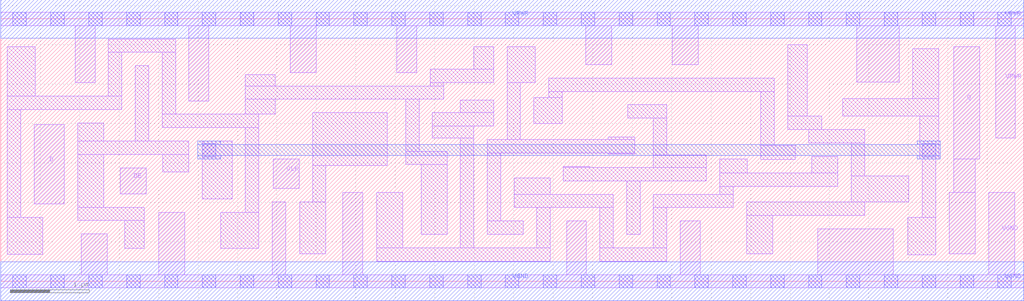
<source format=lef>
# Copyright 2020 The SkyWater PDK Authors
#
# Licensed under the Apache License, Version 2.0 (the "License");
# you may not use this file except in compliance with the License.
# You may obtain a copy of the License at
#
#     https://www.apache.org/licenses/LICENSE-2.0
#
# Unless required by applicable law or agreed to in writing, software
# distributed under the License is distributed on an "AS IS" BASIS,
# WITHOUT WARRANTIES OR CONDITIONS OF ANY KIND, either express or implied.
# See the License for the specific language governing permissions and
# limitations under the License.
#
# SPDX-License-Identifier: Apache-2.0

VERSION 5.7 ;
  NAMESCASESENSITIVE ON ;
  NOWIREEXTENSIONATPIN ON ;
  DIVIDERCHAR "/" ;
  BUSBITCHARS "[]" ;
UNITS
  DATABASE MICRONS 200 ;
END UNITS
MACRO sky130_fd_sc_ls__edfxtp_1
  CLASS CORE ;
  SOURCE USER ;
  FOREIGN sky130_fd_sc_ls__edfxtp_1 ;
  ORIGIN  0.000000  0.000000 ;
  SIZE  12.96000 BY  3.330000 ;
  SYMMETRY X Y ;
  SITE unit ;
  PIN D
    ANTENNAGATEAREA  0.126000 ;
    DIRECTION INPUT ;
    USE SIGNAL ;
    PORT
      LAYER li1 ;
        RECT 0.425000 0.980000 0.805000 1.990000 ;
    END
  END D
  PIN DE
    ANTENNAGATEAREA  0.285000 ;
    DIRECTION INPUT ;
    USE SIGNAL ;
    PORT
      LAYER li1 ;
        RECT 1.515000 1.110000 1.845000 1.440000 ;
    END
  END DE
  PIN Q
    ANTENNADIFFAREA  0.518900 ;
    DIRECTION OUTPUT ;
    USE SIGNAL ;
    PORT
      LAYER li1 ;
        RECT 12.015000 0.350000 12.345000 1.130000 ;
        RECT 12.075000 1.130000 12.345000 1.550000 ;
        RECT 12.075000 1.550000 12.405000 2.980000 ;
    END
  END Q
  PIN CLK
    ANTENNAGATEAREA  0.279000 ;
    DIRECTION INPUT ;
    USE CLOCK ;
    PORT
      LAYER li1 ;
        RECT 3.450000 1.180000 3.780000 1.550000 ;
    END
  END CLK
  PIN VGND
    DIRECTION INOUT ;
    SHAPE ABUTMENT ;
    USE GROUND ;
    PORT
      LAYER li1 ;
        RECT  0.000000 -0.085000 12.960000 0.085000 ;
        RECT  1.020000  0.085000  1.350000 0.600000 ;
        RECT  2.000000  0.085000  2.330000 0.875000 ;
        RECT  3.440000  0.085000  3.610000 1.010000 ;
        RECT  4.335000  0.085000  4.585000 1.130000 ;
        RECT  7.170000  0.085000  7.420000 0.765000 ;
        RECT  8.610000  0.085000  8.860000 0.765000 ;
        RECT 10.350000  0.085000 11.310000 0.665000 ;
        RECT 12.515000  0.085000 12.845000 1.130000 ;
      LAYER mcon ;
        RECT  0.155000 -0.085000  0.325000 0.085000 ;
        RECT  0.635000 -0.085000  0.805000 0.085000 ;
        RECT  1.115000 -0.085000  1.285000 0.085000 ;
        RECT  1.595000 -0.085000  1.765000 0.085000 ;
        RECT  2.075000 -0.085000  2.245000 0.085000 ;
        RECT  2.555000 -0.085000  2.725000 0.085000 ;
        RECT  3.035000 -0.085000  3.205000 0.085000 ;
        RECT  3.515000 -0.085000  3.685000 0.085000 ;
        RECT  3.995000 -0.085000  4.165000 0.085000 ;
        RECT  4.475000 -0.085000  4.645000 0.085000 ;
        RECT  4.955000 -0.085000  5.125000 0.085000 ;
        RECT  5.435000 -0.085000  5.605000 0.085000 ;
        RECT  5.915000 -0.085000  6.085000 0.085000 ;
        RECT  6.395000 -0.085000  6.565000 0.085000 ;
        RECT  6.875000 -0.085000  7.045000 0.085000 ;
        RECT  7.355000 -0.085000  7.525000 0.085000 ;
        RECT  7.835000 -0.085000  8.005000 0.085000 ;
        RECT  8.315000 -0.085000  8.485000 0.085000 ;
        RECT  8.795000 -0.085000  8.965000 0.085000 ;
        RECT  9.275000 -0.085000  9.445000 0.085000 ;
        RECT  9.755000 -0.085000  9.925000 0.085000 ;
        RECT 10.235000 -0.085000 10.405000 0.085000 ;
        RECT 10.715000 -0.085000 10.885000 0.085000 ;
        RECT 11.195000 -0.085000 11.365000 0.085000 ;
        RECT 11.675000 -0.085000 11.845000 0.085000 ;
        RECT 12.155000 -0.085000 12.325000 0.085000 ;
        RECT 12.635000 -0.085000 12.805000 0.085000 ;
      LAYER met1 ;
        RECT 0.000000 -0.245000 12.960000 0.245000 ;
    END
  END VGND
  PIN VPWR
    DIRECTION INOUT ;
    SHAPE ABUTMENT ;
    USE POWER ;
    PORT
      LAYER li1 ;
        RECT  0.000000 3.245000 12.960000 3.415000 ;
        RECT  0.945000 2.520000  1.195000 3.245000 ;
        RECT  2.385000 2.290000  2.635000 3.245000 ;
        RECT  3.670000 2.650000  4.000000 3.245000 ;
        RECT  5.020000 2.650000  5.270000 3.245000 ;
        RECT  7.410000 2.750000  7.740000 3.245000 ;
        RECT  8.505000 2.750000  8.835000 3.245000 ;
        RECT 10.845000 2.525000 11.385000 3.245000 ;
        RECT 12.605000 1.820000 12.855000 3.245000 ;
      LAYER mcon ;
        RECT  0.155000 3.245000  0.325000 3.415000 ;
        RECT  0.635000 3.245000  0.805000 3.415000 ;
        RECT  1.115000 3.245000  1.285000 3.415000 ;
        RECT  1.595000 3.245000  1.765000 3.415000 ;
        RECT  2.075000 3.245000  2.245000 3.415000 ;
        RECT  2.555000 3.245000  2.725000 3.415000 ;
        RECT  3.035000 3.245000  3.205000 3.415000 ;
        RECT  3.515000 3.245000  3.685000 3.415000 ;
        RECT  3.995000 3.245000  4.165000 3.415000 ;
        RECT  4.475000 3.245000  4.645000 3.415000 ;
        RECT  4.955000 3.245000  5.125000 3.415000 ;
        RECT  5.435000 3.245000  5.605000 3.415000 ;
        RECT  5.915000 3.245000  6.085000 3.415000 ;
        RECT  6.395000 3.245000  6.565000 3.415000 ;
        RECT  6.875000 3.245000  7.045000 3.415000 ;
        RECT  7.355000 3.245000  7.525000 3.415000 ;
        RECT  7.835000 3.245000  8.005000 3.415000 ;
        RECT  8.315000 3.245000  8.485000 3.415000 ;
        RECT  8.795000 3.245000  8.965000 3.415000 ;
        RECT  9.275000 3.245000  9.445000 3.415000 ;
        RECT  9.755000 3.245000  9.925000 3.415000 ;
        RECT 10.235000 3.245000 10.405000 3.415000 ;
        RECT 10.715000 3.245000 10.885000 3.415000 ;
        RECT 11.195000 3.245000 11.365000 3.415000 ;
        RECT 11.675000 3.245000 11.845000 3.415000 ;
        RECT 12.155000 3.245000 12.325000 3.415000 ;
        RECT 12.635000 3.245000 12.805000 3.415000 ;
      LAYER met1 ;
        RECT 0.000000 3.085000 12.960000 3.575000 ;
    END
  END VPWR
  OBS
    LAYER li1 ;
      RECT  0.085000 0.340000  0.530000 0.810000 ;
      RECT  0.085000 0.810000  0.255000 2.180000 ;
      RECT  0.085000 2.180000  1.535000 2.350000 ;
      RECT  0.085000 2.350000  0.435000 2.980000 ;
      RECT  0.975000 0.770000  1.820000 0.940000 ;
      RECT  0.975000 0.940000  1.305000 1.610000 ;
      RECT  0.975000 1.610000  2.385000 1.780000 ;
      RECT  0.975000 1.780000  1.305000 2.010000 ;
      RECT  1.365000 2.350000  1.535000 2.905000 ;
      RECT  1.365000 2.905000  2.215000 3.075000 ;
      RECT  1.570000 0.415000  1.820000 0.770000 ;
      RECT  1.705000 1.780000  1.875000 2.735000 ;
      RECT  2.045000 1.950000  3.270000 2.120000 ;
      RECT  2.045000 2.120000  2.215000 2.905000 ;
      RECT  2.055000 1.385000  2.385000 1.610000 ;
      RECT  2.555000 1.045000  2.930000 1.780000 ;
      RECT  2.790000 0.415000  3.270000 0.875000 ;
      RECT  3.100000 0.875000  3.270000 1.950000 ;
      RECT  3.100000 2.120000  3.475000 2.310000 ;
      RECT  3.100000 2.310000  5.610000 2.480000 ;
      RECT  3.100000 2.480000  3.475000 2.620000 ;
      RECT  3.790000 0.350000  4.120000 1.010000 ;
      RECT  3.950000 1.010000  4.120000 1.470000 ;
      RECT  3.950000 1.470000  4.900000 2.140000 ;
      RECT  4.765000 0.255000  6.960000 0.425000 ;
      RECT  4.765000 0.425000  5.095000 1.130000 ;
      RECT  5.130000 1.480000  5.655000 1.650000 ;
      RECT  5.130000 1.650000  5.300000 2.310000 ;
      RECT  5.325000 0.595000  5.655000 1.480000 ;
      RECT  5.440000 2.480000  5.610000 2.520000 ;
      RECT  5.440000 2.520000  6.245000 2.690000 ;
      RECT  5.470000 1.820000  5.995000 1.970000 ;
      RECT  5.470000 1.970000  6.245000 2.140000 ;
      RECT  5.825000 0.425000  5.995000 1.820000 ;
      RECT  5.825000 2.140000  6.245000 2.300000 ;
      RECT  5.995000 2.690000  6.245000 2.980000 ;
      RECT  6.165000 0.595000  6.620000 0.765000 ;
      RECT  6.165000 0.765000  6.335000 1.630000 ;
      RECT  6.165000 1.630000  8.030000 1.800000 ;
      RECT  6.415000 1.800000  6.585000 2.520000 ;
      RECT  6.415000 2.520000  6.775000 2.980000 ;
      RECT  6.505000 0.935000  7.760000 1.105000 ;
      RECT  6.505000 1.105000  6.960000 1.310000 ;
      RECT  6.755000 2.000000  7.115000 2.330000 ;
      RECT  6.790000 0.425000  6.960000 0.935000 ;
      RECT  6.945000 2.330000  7.115000 2.410000 ;
      RECT  6.945000 2.410000  9.800000 2.580000 ;
      RECT  7.130000 1.275000  8.940000 1.445000 ;
      RECT  7.130000 1.445000  7.460000 1.460000 ;
      RECT  7.590000 0.255000  8.440000 0.425000 ;
      RECT  7.590000 0.425000  7.760000 0.935000 ;
      RECT  7.700000 1.615000  8.030000 1.630000 ;
      RECT  7.700000 1.800000  8.030000 1.830000 ;
      RECT  7.930000 0.595000  8.100000 1.275000 ;
      RECT  7.945000 2.070000  8.440000 2.240000 ;
      RECT  8.270000 0.425000  8.440000 0.935000 ;
      RECT  8.270000 0.935000  9.280000 1.105000 ;
      RECT  8.270000 1.445000  8.940000 1.605000 ;
      RECT  8.270000 1.605000  8.440000 2.070000 ;
      RECT  9.110000 1.105000  9.280000 1.205000 ;
      RECT  9.110000 1.205000 10.605000 1.375000 ;
      RECT  9.110000 1.375000  9.460000 1.550000 ;
      RECT  9.450000 0.350000  9.780000 0.835000 ;
      RECT  9.450000 0.835000 10.945000 1.005000 ;
      RECT  9.630000 1.545000 10.065000 1.725000 ;
      RECT  9.630000 1.725000  9.800000 2.410000 ;
      RECT  9.970000 1.925000 10.405000 2.095000 ;
      RECT  9.970000 2.095000 10.220000 3.000000 ;
      RECT 10.235000 1.755000 10.945000 1.925000 ;
      RECT 10.275000 1.375000 10.605000 1.585000 ;
      RECT 10.665000 2.095000 11.885000 2.320000 ;
      RECT 10.775000 1.005000 11.505000 1.335000 ;
      RECT 10.775000 1.335000 10.945000 1.755000 ;
      RECT 11.490000 0.335000 11.845000 0.810000 ;
      RECT 11.555000 2.320000 11.885000 2.950000 ;
      RECT 11.645000 1.550000 11.885000 2.095000 ;
      RECT 11.675000 0.810000 11.845000 1.550000 ;
    LAYER mcon ;
      RECT  2.555000 1.580000  2.725000 1.750000 ;
      RECT 11.675000 1.580000 11.845000 1.750000 ;
    LAYER met1 ;
      RECT  2.495000 1.550000  2.785000 1.595000 ;
      RECT  2.495000 1.595000 11.905000 1.735000 ;
      RECT  2.495000 1.735000  2.785000 1.780000 ;
      RECT 11.615000 1.550000 11.905000 1.595000 ;
      RECT 11.615000 1.735000 11.905000 1.780000 ;
  END
END sky130_fd_sc_ls__edfxtp_1

</source>
